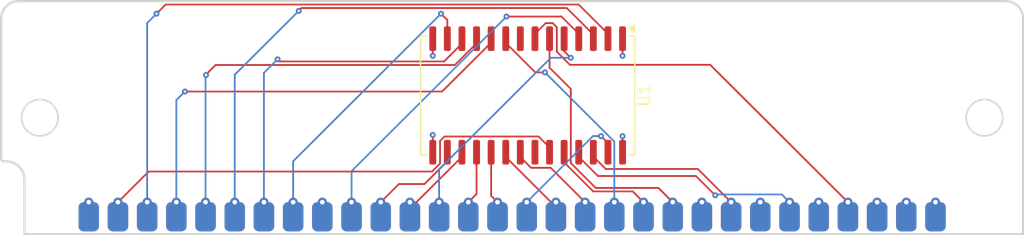
<source format=kicad_pcb>
(kicad_pcb (version 20241229) (generator "pcbnew") (generator_version "9.0")
  (title_block (title "GW4190A") (date "2021-06-19") (rev "2.0-SOJ") (company "Garrett's Workshop"))
  (layers (0 "F.Cu" signal) (4 "In1.Cu" power) (6 "In2.Cu" power) (2 "B.Cu" signal) (13 "F.Paste" user) (15 "B.Paste" user) (5 "F.SilkS" user "F.Silkscreen") (7 "B.SilkS" user "B.Silkscreen") (1 "F.Mask" user) (3 "B.Mask" user) (25 "Edge.Cuts" user))
  (net 0 "")
  (net 1 "+5V")
  (net 2 "/D0")
  (net 3 "/D1")
  (net 4 "/~{WE}")
  (net 5 "/~{RAS}")
  (net 6 "/~{CAS}")
  (net 7 "/D2")
  (net 8 "/D3")
  (net 9 "GND")
  (net 10 "/D4")
  (net 11 "/D5")
  (net 12 "/D6")
  (net 13 "/A11")
  (net 14 "/D7")
  (net 15 "/QP")
  (net 16 "/~{CASP}")
  (net 17 "/DP")
  (net 18 "/~{OE}")
  (net 19 "/A9")
  (net 20 "/A2")
  (net 21 "/A10")
  (net 22 "/A8")
  (net 23 "/A0")
  (net 24 "/A3")
  (net 25 "/A6")
  (net 26 "/A1")
  (net 27 "/A5")
  (net 28 "/A4")
  (net 29 "/A7")
  (footprint "stdpads:SIMM-30_Edge" (layer "F.Cu") (at 120.65 99.822)
    (property "Reference" "J1" (hide yes))
    (property "Value" "DRAM-SIMM-30" (hide yes))
    (pad "1" thru_hole circle (at -36.83 -1.016) (size 0.8 0.8) (drill 0.4) (layers "*.Cu" "*.Mask") (net 1 "+5V"))
    (pad "1" smd roundrect (at -36.83 0.254) (size 1.778 2.54) (layers "F.Cu" "F.Mask") (net 1 "+5V"))
    (pad "1" smd roundrect (at -36.83 0.254) (size 1.778 2.54) (layers "B.Cu" "B.Mask") (net 1 "+5V"))
    (pad "2" thru_hole circle (at -34.29 -1.016) (size 0.8 0.8) (drill 0.4) (layers "*.Cu" "*.Mask") (net 6 "/~{CAS}"))
    (pad "2" smd roundrect (at -34.29 0.254) (size 1.778 2.54) (layers "F.Cu" "F.Mask") (net 6 "/~{CAS}"))
    (pad "2" smd roundrect (at -34.29 0.254) (size 1.778 2.54) (layers "B.Cu" "B.Mask") (net 6 "/~{CAS}"))
    (pad "3" thru_hole circle (at -31.75 -1.016) (size 0.8 0.8) (drill 0.4) (layers "*.Cu" "*.Mask") (net 2 "/D0"))
    (pad "3" smd roundrect (at -31.75 0.254) (size 1.778 2.54) (layers "F.Cu" "F.Mask") (net 2 "/D0"))
    (pad "3" smd roundrect (at -31.75 0.254) (size 1.778 2.54) (layers "B.Cu" "B.Mask") (net 2 "/D0"))
    (pad "4" thru_hole circle (at -29.21 -1.016) (size 0.8 0.8) (drill 0.4) (layers "*.Cu" "*.Mask") (net 23 "/A0"))
    (pad "4" smd roundrect (at -29.21 0.254) (size 1.778 2.54) (layers "F.Cu" "F.Mask") (net 23 "/A0"))
    (pad "4" smd roundrect (at -29.21 0.254) (size 1.778 2.54) (layers "B.Cu" "B.Mask") (net 23 "/A0"))
    (pad "5" thru_hole circle (at -26.67 -1.016) (size 0.8 0.8) (drill 0.4) (layers "*.Cu" "*.Mask") (net 26 "/A1"))
    (pad "5" smd roundrect (at -26.67 0.254) (size 1.778 2.54) (layers "F.Cu" "F.Mask") (net 26 "/A1"))
    (pad "5" smd roundrect (at -26.67 0.254) (size 1.778 2.54) (layers "B.Cu" "B.Mask") (net 26 "/A1"))
    (pad "6" thru_hole circle (at -24.13 -1.016) (size 0.8 0.8) (drill 0.4) (layers "*.Cu" "*.Mask") (net 3 "/D1"))
    (pad "6" smd roundrect (at -24.13 0.254) (size 1.778 2.54) (layers "F.Cu" "F.Mask") (net 3 "/D1"))
    (pad "6" smd roundrect (at -24.13 0.254) (size 1.778 2.54) (layers "B.Cu" "B.Mask") (net 3 "/D1"))
    (pad "7" thru_hole circle (at -21.59 -1.016) (size 0.8 0.8) (drill 0.4) (layers "*.Cu" "*.Mask") (net 20 "/A2"))
    (pad "7" smd roundrect (at -21.59 0.254) (size 1.778 2.54) (layers "F.Cu" "F.Mask") (net 20 "/A2"))
    (pad "7" smd roundrect (at -21.59 0.254) (size 1.778 2.54) (layers "B.Cu" "B.Mask") (net 20 "/A2"))
    (pad "8" thru_hole circle (at -19.05 -1.016) (size 0.8 0.8) (drill 0.4) (layers "*.Cu" "*.Mask") (net 24 "/A3"))
    (pad "8" smd roundrect (at -19.05 0.254) (size 1.778 2.54) (layers "F.Cu" "F.Mask") (net 24 "/A3"))
    (pad "8" smd roundrect (at -19.05 0.254) (size 1.778 2.54) (layers "B.Cu" "B.Mask") (net 24 "/A3"))
    (pad "9" thru_hole circle (at -16.51 -1.016) (size 0.8 0.8) (drill 0.4) (layers "*.Cu" "*.Mask") (net 9 "GND"))
    (pad "9" smd roundrect (at -16.51 0.254) (size 1.778 2.54) (layers "F.Cu" "F.Mask") (net 9 "GND"))
    (pad "9" smd roundrect (at -16.51 0.254) (size 1.778 2.54) (layers "B.Cu" "B.Mask") (net 9 "GND"))
    (pad "10" thru_hole circle (at -13.97 -1.016) (size 0.8 0.8) (drill 0.4) (layers "*.Cu" "*.Mask") (net 7 "/D2"))
    (pad "10" smd roundrect (at -13.97 0.254) (size 1.778 2.54) (layers "F.Cu" "F.Mask") (net 7 "/D2"))
    (pad "10" smd roundrect (at -13.97 0.254) (size 1.778 2.54) (layers "B.Cu" "B.Mask") (net 7 "/D2"))
    (pad "11" thru_hole circle (at -11.43 -1.016) (size 0.8 0.8) (drill 0.4) (layers "*.Cu" "*.Mask") (net 28 "/A4"))
    (pad "11" smd roundrect (at -11.43 0.254) (size 1.778 2.54) (layers "F.Cu" "F.Mask") (net 28 "/A4"))
    (pad "11" smd roundrect (at -11.43 0.254) (size 1.778 2.54) (layers "B.Cu" "B.Mask") (net 28 "/A4"))
    (pad "12" thru_hole circle (at -8.89 -1.016) (size 0.8 0.8) (drill 0.4) (layers "*.Cu" "*.Mask") (net 27 "/A5"))
    (pad "12" smd roundrect (at -8.89 0.254) (size 1.778 2.54) (layers "F.Cu" "F.Mask") (net 27 "/A5"))
    (pad "12" smd roundrect (at -8.89 0.254) (size 1.778 2.54) (layers "B.Cu" "B.Mask") (net 27 "/A5"))
    (pad "13" thru_hole circle (at -6.35 -1.016) (size 0.8 0.8) (drill 0.4) (layers "*.Cu" "*.Mask") (net 8 "/D3"))
    (pad "13" smd roundrect (at -6.35 0.254) (size 1.778 2.54) (layers "F.Cu" "F.Mask") (net 8 "/D3"))
    (pad "13" smd roundrect (at -6.35 0.254) (size 1.778 2.54) (layers "B.Cu" "B.Mask") (net 8 "/D3"))
    (pad "14" thru_hole circle (at -3.81 -1.016) (size 0.8 0.8) (drill 0.4) (layers "*.Cu" "*.Mask") (net 25 "/A6"))
    (pad "14" smd roundrect (at -3.81 0.254) (size 1.778 2.54) (layers "F.Cu" "F.Mask") (net 25 "/A6"))
    (pad "14" smd roundrect (at -3.81 0.254) (size 1.778 2.54) (layers "B.Cu" "B.Mask") (net 25 "/A6"))
    (pad "15" thru_hole circle (at -1.27 -1.016) (size 0.8 0.8) (drill 0.4) (layers "*.Cu" "*.Mask") (net 29 "/A7"))
    (pad "15" smd roundrect (at -1.27 0.254) (size 1.778 2.54) (layers "F.Cu" "F.Mask") (net 29 "/A7"))
    (pad "15" smd roundrect (at -1.27 0.254) (size 1.778 2.54) (layers "B.Cu" "B.Mask") (net 29 "/A7"))
    (pad "16" thru_hole circle (at 1.27 -1.016) (size 0.8 0.8) (drill 0.4) (layers "*.Cu" "*.Mask") (net 10 "/D4"))
    (pad "16" smd roundrect (at 1.27 0.254) (size 1.778 2.54) (layers "F.Cu" "F.Mask") (net 10 "/D4"))
    (pad "16" smd roundrect (at 1.27 0.254) (size 1.778 2.54) (layers "B.Cu" "B.Mask") (net 10 "/D4"))
    (pad "17" thru_hole circle (at 3.81 -1.016) (size 0.8 0.8) (drill 0.4) (layers "*.Cu" "*.Mask") (net 22 "/A8"))
    (pad "17" smd roundrect (at 3.81 0.254) (size 1.778 2.54) (layers "F.Cu" "F.Mask") (net 22 "/A8"))
    (pad "17" smd roundrect (at 3.81 0.254) (size 1.778 2.54) (layers "B.Cu" "B.Mask") (net 22 "/A8"))
    (pad "18" thru_hole circle (at 6.35 -1.016) (size 0.8 0.8) (drill 0.4) (layers "*.Cu" "*.Mask") (net 19 "/A9"))
    (pad "18" smd roundrect (at 6.35 0.254) (size 1.778 2.54) (layers "F.Cu" "F.Mask") (net 19 "/A9"))
    (pad "18" smd roundrect (at 6.35 0.254) (size 1.778 2.54) (layers "B.Cu" "B.Mask") (net 19 "/A9"))
    (pad "19" thru_hole circle (at 8.89 -1.016) (size 0.8 0.8) (drill 0.4) (layers "*.Cu" "*.Mask") (net 21 "/A10"))
    (pad "19" smd roundrect (at 8.89 0.254) (size 1.778 2.54) (layers "F.Cu" "F.Mask") (net 21 "/A10"))
    (pad "19" smd roundrect (at 8.89 0.254) (size 1.778 2.54) (layers "B.Cu" "B.Mask") (net 21 "/A10"))
    (pad "20" thru_hole circle (at 11.43 -1.016) (size 0.8 0.8) (drill 0.4) (layers "*.Cu" "*.Mask") (net 11 "/D5"))
    (pad "20" smd roundrect (at 11.43 0.254) (size 1.778 2.54) (layers "F.Cu" "F.Mask") (net 11 "/D5"))
    (pad "20" smd roundrect (at 11.43 0.254) (size 1.778 2.54) (layers "B.Cu" "B.Mask") (net 11 "/D5"))
    (pad "21" thru_hole circle (at 13.97 -1.016) (size 0.8 0.8) (drill 0.4) (layers "*.Cu" "*.Mask") (net 4 "/~{WE}"))
    (pad "21" smd roundrect (at 13.97 0.254) (size 1.778 2.54) (layers "F.Cu" "F.Mask") (net 4 "/~{WE}"))
    (pad "21" smd roundrect (at 13.97 0.254) (size 1.778 2.54) (layers "B.Cu" "B.Mask") (net 4 "/~{WE}"))
    (pad "22" thru_hole circle (at 16.51 -1.016) (size 0.8 0.8) (drill 0.4) (layers "*.Cu" "*.Mask") (net 9 "GND"))
    (pad "22" smd roundrect (at 16.51 0.254) (size 1.778 2.54) (layers "F.Cu" "F.Mask") (net 9 "GND"))
    (pad "22" smd roundrect (at 16.51 0.254) (size 1.778 2.54) (layers "B.Cu" "B.Mask") (net 9 "GND"))
    (pad "23" thru_hole circle (at 19.05 -1.016) (size 0.8 0.8) (drill 0.4) (layers "*.Cu" "*.Mask") (net 12 "/D6"))
    (pad "23" smd roundrect (at 19.05 0.254) (size 1.778 2.54) (layers "F.Cu" "F.Mask") (net 12 "/D6"))
    (pad "23" smd roundrect (at 19.05 0.254) (size 1.778 2.54) (layers "B.Cu" "B.Mask") (net 12 "/D6"))
    (pad "24" thru_hole circle (at 21.59 -1.016) (size 0.8 0.8) (drill 0.4) (layers "*.Cu" "*.Mask") (net 13 "/A11"))
    (pad "24" smd roundrect (at 21.59 0.254) (size 1.778 2.54) (layers "F.Cu" "F.Mask") (net 13 "/A11"))
    (pad "24" smd roundrect (at 21.59 0.254) (size 1.778 2.54) (layers "B.Cu" "B.Mask") (net 13 "/A11"))
    (pad "25" thru_hole circle (at 24.13 -1.016) (size 0.8 0.8) (drill 0.4) (layers "*.Cu" "*.Mask") (net 14 "/D7"))
    (pad "25" smd roundrect (at 24.13 0.254) (size 1.778 2.54) (layers "F.Cu" "F.Mask") (net 14 "/D7"))
    (pad "25" smd roundrect (at 24.13 0.254) (size 1.778 2.54) (layers "B.Cu" "B.Mask") (net 14 "/D7"))
    (pad "26" thru_hole circle (at 26.67 -1.016) (size 0.8 0.8) (drill 0.4) (layers "*.Cu" "*.Mask") (net 15 "/QP"))
    (pad "26" smd roundrect (at 26.67 0.254) (size 1.778 2.54) (layers "F.Cu" "F.Mask") (net 15 "/QP"))
    (pad "26" smd roundrect (at 26.67 0.254) (size 1.778 2.54) (layers "B.Cu" "B.Mask") (net 15 "/QP"))
    (pad "27" thru_hole circle (at 29.21 -1.016) (size 0.8 0.8) (drill 0.4) (layers "*.Cu" "*.Mask") (net 5 "/~{RAS}"))
    (pad "27" smd roundrect (at 29.21 0.254) (size 1.778 2.54) (layers "F.Cu" "F.Mask") (net 5 "/~{RAS}"))
    (pad "27" smd roundrect (at 29.21 0.254) (size 1.778 2.54) (layers "B.Cu" "B.Mask") (net 5 "/~{RAS}"))
    (pad "28" thru_hole circle (at 31.75 -1.016) (size 0.8 0.8) (drill 0.4) (layers "*.Cu" "*.Mask") (net 16 "/~{CASP}"))
    (pad "28" smd roundrect (at 31.75 0.254) (size 1.778 2.54) (layers "F.Cu" "F.Mask") (net 16 "/~{CASP}"))
    (pad "28" smd roundrect (at 31.75 0.254) (size 1.778 2.54) (layers "B.Cu" "B.Mask") (net 16 "/~{CASP}"))
    (pad "29" thru_hole circle (at 34.29 -1.016) (size 0.8 0.8) (drill 0.4) (layers "*.Cu" "*.Mask") (net 17 "/DP"))
    (pad "29" smd roundrect (at 34.29 0.254) (size 1.778 2.54) (layers "F.Cu" "F.Mask") (net 17 "/DP"))
    (pad "29" smd roundrect (at 34.29 0.254) (size 1.778 2.54) (layers "B.Cu" "B.Mask") (net 17 "/DP"))
    (pad "30" thru_hole circle (at 36.83 -1.016) (size 0.8 0.8) (drill 0.4) (layers "*.Cu" "*.Mask") (net 1 "+5V"))
    (pad "30" smd roundrect (at 36.83 0.254) (size 1.778 2.54) (layers "F.Cu" "F.Mask") (net 1 "+5V"))
    (pad "30" smd roundrect (at 36.83 0.254) (size 1.778 2.54) (layers "B.Cu" "B.Mask") (net 1 "+5V"))
  )
  (footprint "Package_SO:SOJ-28_10.16x18.415mm_P1.27mm" (layer "F.Cu") (at 122 89.5 -90)
    (property "Reference" "U1" (at 0 -10.16 90) (layer "F.SilkS"))
    (property "Value" "M5M417800CJ")
    (fp_line (start -5.19 9.3175) (end -5.19 8.815) (stroke (width 0.12)) (layer "F.SilkS"))
    (fp_line (start 5.19 9.3175) (end -5.19 9.3175) (stroke (width 0.12)) (layer "F.SilkS"))
    (fp_line (start 5.19 8.815) (end 5.19 9.3175) (stroke (width 0.12)) (layer "F.SilkS"))
    (fp_line (start -5.19 -8.815) (end -5.19 -9.3175) (stroke (width 0.12)) (layer "F.SilkS"))
    (fp_line (start -5.19 -9.3175) (end 5.19 -9.3175) (stroke (width 0.12)) (layer "F.SilkS"))
    (fp_line (start 5.19 -9.3175) (end 5.19 -8.815) (stroke (width 0.12)) (layer "F.SilkS"))
    (fp_poly (pts (xy -5.83 -8.82) (xy -6.17 -9.29) (xy -5.49 -9.29)) (stroke (width 0.12)) (fill yes) (layer "F.SilkS"))
    (pad "1" smd roundrect (at -4.95 -8.255 270) (size 2.15 0.6) (layers "F.Cu" "F.Mask" "F.Paste") (net 1 "+5V"))
    (pad "2" smd roundrect (at -4.95 -6.985 270) (size 2.15 0.6) (layers "F.Cu" "F.Mask" "F.Paste") (net 2 "/D0"))
    (pad "3" smd roundrect (at -4.95 -5.715 270) (size 2.15 0.6) (layers "F.Cu" "F.Mask" "F.Paste") (net 3 "/D1"))
    (pad "4" smd roundrect (at -4.95 -4.445 270) (size 2.15 0.6) (layers "F.Cu" "F.Mask" "F.Paste") (net 7 "/D2"))
    (pad "5" smd roundrect (at -4.95 -3.175 270) (size 2.15 0.6) (layers "F.Cu" "F.Mask" "F.Paste") (net 8 "/D3"))
    (pad "6" smd roundrect (at -4.95 -1.905 270) (size 2.15 0.6) (layers "F.Cu" "F.Mask" "F.Paste") (net 4 "/~{WE}"))
    (pad "7" smd roundrect (at -4.95 -0.635 270) (size 2.15 0.6) (layers "F.Cu" "F.Mask" "F.Paste") (net 5 "/~{RAS}"))
    (pad "8" smd roundrect (at -4.95 0.635 270) (size 2.15 0.6) (layers "F.Cu" "F.Mask" "F.Paste"))
    (pad "9" smd roundrect (at -4.95 1.905 270) (size 2.15 0.6) (layers "F.Cu" "F.Mask" "F.Paste") (net 21 "/A10"))
    (pad "10" smd roundrect (at -4.95 3.175 270) (size 2.15 0.6) (layers "F.Cu" "F.Mask" "F.Paste") (net 23 "/A0"))
    (pad "11" smd roundrect (at -4.95 4.445 270) (size 2.15 0.6) (layers "F.Cu" "F.Mask" "F.Paste") (net 26 "/A1"))
    (pad "12" smd roundrect (at -4.95 5.715 270) (size 2.15 0.6) (layers "F.Cu" "F.Mask" "F.Paste") (net 20 "/A2"))
    (pad "13" smd roundrect (at -4.95 6.985 270) (size 2.15 0.6) (layers "F.Cu" "F.Mask" "F.Paste") (net 24 "/A3"))
    (pad "14" smd roundrect (at -4.95 8.255 270) (size 2.15 0.6) (layers "F.Cu" "F.Mask" "F.Paste") (net 1 "+5V"))
    (pad "15" smd roundrect (at 4.95 8.255 270) (size 2.15 0.6) (layers "F.Cu" "F.Mask" "F.Paste") (net 9 "GND"))
    (pad "16" smd roundrect (at 4.95 6.985 270) (size 2.15 0.6) (layers "F.Cu" "F.Mask" "F.Paste") (net 28 "/A4"))
    (pad "17" smd roundrect (at 4.95 5.715 270) (size 2.15 0.6) (layers "F.Cu" "F.Mask" "F.Paste") (net 27 "/A5"))
    (pad "18" smd roundrect (at 4.95 4.445 270) (size 2.15 0.6) (layers "F.Cu" "F.Mask" "F.Paste") (net 25 "/A6"))
    (pad "19" smd roundrect (at 4.95 3.175 270) (size 2.15 0.6) (layers "F.Cu" "F.Mask" "F.Paste") (net 29 "/A7"))
    (pad "20" smd roundrect (at 4.95 1.905 270) (size 2.15 0.6) (layers "F.Cu" "F.Mask" "F.Paste") (net 22 "/A8"))
    (pad "21" smd roundrect (at 4.95 0.635 270) (size 2.15 0.6) (layers "F.Cu" "F.Mask" "F.Paste") (net 19 "/A9"))
    (pad "22" smd roundrect (at 4.95 -0.635 270) (size 2.15 0.6) (layers "F.Cu" "F.Mask" "F.Paste") (net 18 "/~{OE}"))
    (pad "23" smd roundrect (at 4.95 -1.905 270) (size 2.15 0.6) (layers "F.Cu" "F.Mask" "F.Paste") (net 6 "/~{CAS}"))
    (pad "24" smd roundrect (at 4.95 -3.175 270) (size 2.15 0.6) (layers "F.Cu" "F.Mask" "F.Paste") (net 11 "/D5"))
    (pad "25" smd roundrect (at 4.95 -4.445 270) (size 2.15 0.6) (layers "F.Cu" "F.Mask" "F.Paste") (net 14 "/D7"))
    (pad "26" smd roundrect (at 4.95 -5.715 270) (size 2.15 0.6) (layers "F.Cu" "F.Mask" "F.Paste") (net 12 "/D6"))
    (pad "27" smd roundrect (at 4.95 -6.985 270) (size 2.15 0.6) (layers "F.Cu" "F.Mask" "F.Paste") (net 10 "/D4"))
    (pad "28" smd roundrect (at 4.95 -8.255 270) (size 2.15 0.6) (layers "F.Cu" "F.Mask" "F.Paste") (net 9 "GND"))
  )
  (gr_line (start 76.2 94.996) (end 76.2 82.804) (stroke (width 0.2)) (layer "Edge.Cuts"))
  (gr_line (start 78.232 101.6) (end 78.232 96.8375) (stroke (width 0.2)) (layer "Edge.Cuts"))
  (gr_circle (center 79.5655 91.44) (end 77.978 91.44) (stroke (width 0.15)) (fill no) (layer "Edge.Cuts"))
  (gr_arc (start 76.6445 95.25) (mid 77.767032 95.714968) (end 78.232 96.8375) (stroke (width 0.2)) (layer "Edge.Cuts"))
  (gr_circle (center 161.7345 91.44) (end 163.322 91.44) (stroke (width 0.15)) (fill no) (layer "Edge.Cuts"))
  (gr_line (start 76.6445 95.25) (end 76.454 95.25) (stroke (width 0.2)) (layer "Edge.Cuts"))
  (gr_arc (start 163.576 81.28) (mid 164.653631 81.726369) (end 165.1 82.804) (stroke (width 0.2)) (layer "Edge.Cuts"))
  (gr_arc (start 76.2 82.804) (mid 76.646369 81.726369) (end 77.724 81.28) (stroke (width 0.2)) (layer "Edge.Cuts"))
  (gr_arc (start 76.454 95.25) (mid 76.274395 95.175605) (end 76.2 94.996) (stroke (width 0.2)) (layer "Edge.Cuts"))
  (gr_line (start 165.1 101.6) (end 78.232 101.6) (stroke (width 0.2)) (layer "Edge.Cuts"))
  (gr_line (start 77.724 81.28) (end 163.576 81.28) (stroke (width 0.2)) (layer "Edge.Cuts"))
  (gr_line (start 165.1 82.804) (end 165.1 101.6) (stroke (width 0.2)) (layer "Edge.Cuts"))
  (segment (start 157.48 98.806) (end 157.48 100.076) (width 0.1524) (layer "F.Cu") (net 1))
  (segment (start 83.82 98.806) (end 83.82 100.076) (width 0.1524) (layer "F.Cu") (net 1))
  (segment (start 130.255 84.55) (end 130.255 86.045) (width 0.1524) (layer "F.Cu") (net 1))
  (segment (start 113.745 84.55) (end 113.745 86.045) (width 0.1524) (layer "F.Cu") (net 1))
  (via (at 113.745 86.045) (size 0.508) (drill 0.2) (layers "F.Cu" "B.Cu") (net 1))
  (via (at 130.255 86.045) (size 0.508) (drill 0.2) (layers "F.Cu" "B.Cu") (net 1))
  (segment (start 83.82 98.806) (end 83.82 100.076) (width 0.1524) (layer "B.Cu") (net 1))
  (segment (start 157.48 98.806) (end 157.48 100.076) (width 0.1524) (layer "B.Cu") (net 1))
  (segment (start 128.985 84.1248) (end 126.4345 81.5743) (width 0.1524) (layer "F.Cu") (net 2))
  (segment (start 88.9 98.806) (end 88.9 100.076) (width 0.1524) (layer "F.Cu") (net 2))
  (segment (start 126.4345 81.5743) (end 90.5132 81.5743) (width 0.1524) (layer "F.Cu") (net 2))
  (segment (start 90.5132 81.5743) (end 89.7125 82.375) (width 0.1524) (layer "F.Cu") (net 2))
  (segment (start 128.985 84.55) (end 128.985 84.1248) (width 0.1524) (layer "F.Cu") (net 2))
  (via (at 89.7125 82.375) (size 0.508) (drill 0.2) (layers "F.Cu" "B.Cu") (net 2))
  (segment (start 88.9 100.076) (end 88.9 98.806) (width 0.1524) (layer "B.Cu") (net 2))
  (segment (start 88.9 83.1875) (end 89.7125 82.375) (width 0.1524) (layer "B.Cu") (net 2))
  (segment (start 88.9 98.806) (end 88.9 83.1875) (width 0.1524) (layer "B.Cu") (net 2))
  (segment (start 125.4041 81.8808) (end 127.715 84.1917) (width 0.1524) (layer "F.Cu") (net 3))
  (segment (start 102.0875 82.1286) (end 102.3353 81.8808) (width 0.1524) (layer "F.Cu") (net 3))
  (segment (start 102.3353 81.8808) (end 125.4041 81.8808) (width 0.1524) (layer "F.Cu") (net 3))
  (segment (start 127.715 84.1917) (end 127.715 84.55) (width 0.1524) (layer "F.Cu") (net 3))
  (segment (start 96.52 98.806) (end 96.52 100.076) (width 0.1524) (layer "F.Cu") (net 3))
  (via (at 102.0875 82.1286) (size 0.508) (drill 0.2) (layers "F.Cu" "B.Cu") (net 3))
  (segment (start 96.52 87.6961) (end 102.0875 82.1286) (width 0.1524) (layer "B.Cu") (net 3))
  (segment (start 96.52 98.806) (end 96.52 87.6961) (width 0.1524) (layer "B.Cu") (net 3))
  (segment (start 96.52 100.076) (end 96.52 98.806) (width 0.1524) (layer "B.Cu") (net 3))
  (segment (start 127.9224 97.5616) (end 133.3756 97.5616) (width 0.1524) (layer "F.Cu") (net 4))
  (segment (start 123.905 84.55) (end 123.905 87.0796) (width 0.1524) (layer "F.Cu") (net 4))
  (segment (start 125.7552 95.3944) (end 127.9224 97.5616) (width 0.1524) (layer "F.Cu") (net 4))
  (segment (start 133.3756 97.5616) (end 134.62 98.806) (width 0.1524) (layer "F.Cu") (net 4))
  (segment (start 134.62 98.806) (end 134.62 100.076) (width 0.1524) (layer "F.Cu") (net 4))
  (segment (start 123.905 87.0796) (end 125.7552 88.9298) (width 0.1524) (layer "F.Cu") (net 4))
  (segment (start 125.7552 88.9298) (end 125.7552 95.3944) (width 0.1524) (layer "F.Cu") (net 4))
  (segment (start 134.62 100.076) (end 134.62 98.806) (width 0.1524) (layer "B.Cu") (net 4))
  (segment (start 122.635 84.1346) (end 123.5761 83.1935) (width 0.1524) (layer "F.Cu") (net 5))
  (segment (start 124.1817 83.1935) (end 124.54 83.5518) (width 0.1524) (layer "F.Cu") (net 5))
  (segment (start 123.5761 83.1935) (end 124.1817 83.1935) (width 0.1524) (layer "F.Cu") (net 5))
  (segment (start 124.54 83.5518) (end 124.54 85.6905) (width 0.1524) (layer "F.Cu") (net 5))
  (segment (start 125.6783 86.8288) (end 137.8828 86.8288) (width 0.1524) (layer "F.Cu") (net 5))
  (segment (start 137.8828 86.8288) (end 149.86 98.806) (width 0.1524) (layer "F.Cu") (net 5))
  (segment (start 124.54 85.6905) (end 125.6783 86.8288) (width 0.1524) (layer "F.Cu") (net 5))
  (segment (start 122.635 84.55) (end 122.635 84.1346) (width 0.1524) (layer "F.Cu") (net 5))
  (segment (start 149.86 100.076) (end 149.86 98.806) (width 0.1524) (layer "F.Cu") (net 5))
  (segment (start 149.86 98.806) (end 149.86 100.076) (width 0.1524) (layer "B.Cu") (net 5))
  (segment (start 86.36 98.806) (end 86.36 100.076) (width 0.1524) (layer "F.Cu") (net 6))
  (segment (start 114.38 95.4379) (end 114.38 93.4622) (width 0.1524) (layer "F.Cu") (net 6))
  (segment (start 114.38 93.4622) (end 114.763 93.0792) (width 0.1524) (layer "F.Cu") (net 6))
  (segment (start 89.0343 96.1317) (end 113.6862 96.1317) (width 0.1524) (layer "F.Cu") (net 6))
  (segment (start 113.6862 96.1317) (end 114.38 95.4379) (width 0.1524) (layer "F.Cu") (net 6))
  (segment (start 123.905 94.0353) (end 123.905 94.45) (width 0.1524) (layer "F.Cu") (net 6))
  (segment (start 86.36 98.806) (end 89.0343 96.1317) (width 0.1524) (layer "F.Cu") (net 6))
  (segment (start 122.9489 93.0792) (end 123.905 94.0353) (width 0.1524) (layer "F.Cu") (net 6))
  (segment (start 114.763 93.0792) (end 122.9489 93.0792) (width 0.1524) (layer "F.Cu") (net 6))
  (segment (start 86.36 98.806) (end 86.36 100.076) (width 0.1524) (layer "B.Cu") (net 6))
  (segment (start 126.445 84.1248) (end 126.445 84.55) (width 0.1524) (layer "F.Cu") (net 7))
  (segment (start 124.9427 82.6225) (end 126.445 84.1248) (width 0.1524) (layer "F.Cu") (net 7))
  (segment (start 120.1608 82.6225) (end 124.9427 82.6225) (width 0.1524) (layer "F.Cu") (net 7))
  (segment (start 106.68 98.806) (end 106.68 100.076) (width 0.1524) (layer "F.Cu") (net 7))
  (via (at 120.1608 82.6225) (size 0.508) (drill 0.2) (layers "F.Cu" "B.Cu") (net 7))
  (segment (start 106.68 98.806) (end 106.68 96.1033) (width 0.1524) (layer "B.Cu") (net 7))
  (segment (start 106.68 96.1033) (end 120.1608 82.6225) (width 0.1524) (layer "B.Cu") (net 7))
  (segment (start 106.68 100.076) (end 106.68 98.806) (width 0.1524) (layer "B.Cu") (net 7))
  (segment (start 114.3 98.806) (end 114.3 100.076) (width 0.1524) (layer "F.Cu") (net 8))
  (segment (start 125.7506 86.2162) (end 125.175 85.6406) (width 0.1524) (layer "F.Cu") (net 8))
  (segment (start 125.175 85.6406) (end 125.175 84.55) (width 0.1524) (layer "F.Cu") (net 8))
  (segment (start 125.5707 86.0363) (end 125.7506 86.2162) (width 0.1524) (layer "F.Cu") (net 8))
  (segment (start 125.7506 86.2162) (end 125.5707 86.0363) (width 0.1524) (layer "F.Cu") (net 8))
  (via (at 125.7506 86.2162) (size 0.508) (drill 0.2) (layers "F.Cu" "B.Cu") (net 8))
  (segment (start 114.3 98.806) (end 114.3 95.9397) (width 0.1524) (layer "B.Cu") (net 8))
  (segment (start 114.3 95.9397) (end 124.0235 86.2162) (width 0.1524) (layer "B.Cu") (net 8))
  (segment (start 124.0235 86.2162) (end 125.7506 86.2162) (width 0.1524) (layer "B.Cu") (net 8))
  (segment (start 125.5707 86.0363) (end 125.7506 86.2162) (width 0.1524) (layer "B.Cu") (net 8))
  (segment (start 125.7506 86.2162) (end 125.5707 86.0363) (width 0.1524) (layer "B.Cu") (net 8))
  (segment (start 114.3 100.076) (end 114.3 98.806) (width 0.1524) (layer "B.Cu") (net 8))
  (segment (start 104.14 98.806) (end 104.14 100.076) (width 0.1524) (layer "F.Cu") (net 9))
  (segment (start 137.16 98.806) (end 137.16 100.076) (width 0.1524) (layer "F.Cu") (net 9))
  (segment (start 113.745 94.45) (end 113.745 92.945) (width 0.1524) (layer "F.Cu") (net 9))
  (segment (start 130.255 94.45) (end 130.255 93.055) (width 0.1524) (layer "F.Cu") (net 9))
  (via (at 130.255 93.055) (size 0.508) (drill 0.2) (layers "F.Cu" "B.Cu") (net 9))
  (via (at 113.745 92.945) (size 0.508) (drill 0.2) (layers "F.Cu" "B.Cu") (net 9))
  (segment (start 104.14 98.806) (end 104.14 100.076) (width 0.1524) (layer "B.Cu") (net 9))
  (segment (start 137.16 98.806) (end 137.16 100.076) (width 0.1524) (layer "B.Cu") (net 9))
  (segment (start 121.92 98.806) (end 121.92 100.076) (width 0.1524) (layer "F.Cu") (net 10))
  (segment (start 128.985 94.45) (end 128.985 93.6541) (width 0.1524) (layer "F.Cu") (net 10))
  (segment (start 128.985 93.6541) (end 128.377 93.0461) (width 0.1524) (layer "F.Cu") (net 10))
  (via (at 128.377 93.0461) (size 0.508) (drill 0.2) (layers "F.Cu" "B.Cu") (net 10))
  (segment (start 121.92 98.806) (end 121.92 100.076) (width 0.1524) (layer "B.Cu") (net 10))
  (segment (start 128.377 93.0461) (end 127.6799 93.0461) (width 0.1524) (layer "B.Cu") (net 10))
  (segment (start 127.6799 93.0461) (end 121.92 98.806) (width 0.1524) (layer "B.Cu") (net 10))
  (segment (start 127.7088 97.8681) (end 131.1421 97.8681) (width 0.1524) (layer "F.Cu") (net 11))
  (segment (start 131.1421 97.8681) (end 132.08 98.806) (width 0.1524) (layer "F.Cu") (net 11))
  (segment (start 132.08 98.806) (end 132.08 100.076) (width 0.1524) (layer "F.Cu") (net 11))
  (segment (start 125.175 95.3343) (end 127.7088 97.8681) (width 0.1524) (layer "F.Cu") (net 11))
  (segment (start 125.175 94.45) (end 125.175 95.3343) (width 0.1524) (layer "F.Cu") (net 11))
  (segment (start 132.08 98.806) (end 132.08 100.076) (width 0.1524) (layer "B.Cu") (net 11))
  (segment (start 127.715 94.45) (end 127.715 94.8316) (width 0.1524) (layer "F.Cu") (net 12))
  (segment (start 136.8072 95.9132) (end 139.7 98.806) (width 0.1524) (layer "F.Cu") (net 12))
  (segment (start 127.715 94.8316) (end 128.7966 95.9132) (width 0.1524) (layer "F.Cu") (net 12))
  (segment (start 128.7966 95.9132) (end 136.8072 95.9132) (width 0.1524) (layer "F.Cu") (net 12))
  (segment (start 139.7 100.076) (end 139.7 98.806) (width 0.1524) (layer "F.Cu") (net 12))
  (segment (start 139.7 98.806) (end 139.7 100.076) (width 0.1524) (layer "B.Cu") (net 12))
  (segment (start 142.24 98.806) (end 142.24 100.076) (width 0.1524) (layer "F.Cu") (net 13))
  (segment (start 142.24 98.806) (end 142.24 100.076) (width 0.1524) (layer "B.Cu") (net 13))
  (segment (start 138.3163 98.2031) (end 136.6379 96.5247) (width 0.1524) (layer "F.Cu") (net 14))
  (segment (start 144.78 100.076) (end 144.78 98.806) (width 0.1524) (layer "F.Cu") (net 14))
  (segment (start 126.445 94.8537) (end 126.445 94.45) (width 0.1524) (layer "F.Cu") (net 14))
  (segment (start 136.6379 96.5247) (end 128.116 96.5247) (width 0.1524) (layer "F.Cu") (net 14))
  (segment (start 128.116 96.5247) (end 126.445 94.8537) (width 0.1524) (layer "F.Cu") (net 14))
  (via (at 138.3163 98.2031) (size 0.508) (drill 0.2) (layers "F.Cu" "B.Cu") (net 14))
  (segment (start 138.3879 98.1315) (end 144.1055 98.1315) (width 0.1524) (layer "B.Cu") (net 14))
  (segment (start 138.3163 98.2031) (end 138.3879 98.1315) (width 0.1524) (layer "B.Cu") (net 14))
  (segment (start 144.1055 98.1315) (end 144.78 98.806) (width 0.1524) (layer "B.Cu") (net 14))
  (segment (start 144.78 98.806) (end 144.78 100.076) (width 0.1524) (layer "B.Cu") (net 14))
  (segment (start 147.32 98.806) (end 147.32 100.076) (width 0.1524) (layer "F.Cu") (net 15))
  (segment (start 147.32 98.806) (end 147.32 100.076) (width 0.1524) (layer "B.Cu") (net 15))
  (segment (start 152.4 98.806) (end 152.4 100.076) (width 0.1524) (layer "F.Cu") (net 16))
  (segment (start 152.4 98.806) (end 152.4 100.076) (width 0.1524) (layer "B.Cu") (net 16))
  (segment (start 154.94 98.806) (end 154.94 100.076) (width 0.1524) (layer "F.Cu") (net 17))
  (segment (start 154.94 98.806) (end 154.94 100.076) (width 0.1524) (layer "B.Cu") (net 17))
  (segment (start 121.365 94.8752) (end 121.365 94.45) (width 0.1524) (layer "F.Cu") (net 19))
  (segment (start 124.0043 95.8103) (end 122.3001 95.8103) (width 0.1524) (layer "F.Cu") (net 19))
  (segment (start 127 98.806) (end 124.0043 95.8103) (width 0.1524) (layer "F.Cu") (net 19))
  (segment (start 122.3001 95.8103) (end 121.365 94.8752) (width 0.1524) (layer "F.Cu") (net 19))
  (segment (start 127 98.806) (end 127 100.076) (width 0.1524) (layer "F.Cu") (net 19))
  (segment (start 127 98.806) (end 127 100.076) (width 0.1524) (layer "B.Cu") (net 19))
  (segment (start 99.06 98.806) (end 99.06 100.076) (width 0.1524) (layer "F.Cu") (net 20))
  (segment (start 116.285 84.9807) (end 116.285 84.55) (width 0.1524) (layer "F.Cu") (net 20))
  (segment (start 100.6 86.5388) (end 100.5993 86.5395) (width 0.1524) (layer "F.Cu") (net 20))
  (segment (start 100.6 86.5388) (end 114.7269 86.5388) (width 0.1524) (layer "F.Cu") (net 20))
  (segment (start 100.6 86.5388) (end 100.4388 86.5388) (width 0.1524) (layer "F.Cu") (net 20))
  (segment (start 100.4388 86.5388) (end 100.2474 86.3474) (width 0.1524) (layer "F.Cu") (net 20))
  (segment (start 114.7269 86.5388) (end 116.285 84.9807) (width 0.1524) (layer "F.Cu") (net 20))
  (via (at 100.2474 86.3474) (size 0.508) (drill 0.2) (layers "F.Cu" "B.Cu") (net 20))
  (segment (start 99.06 87.5348) (end 100.2474 86.3474) (width 0.1524) (layer "B.Cu") (net 20))
  (segment (start 99.06 98.806) (end 99.06 87.5348) (width 0.1524) (layer "B.Cu") (net 20))
  (segment (start 99.06 100.076) (end 99.06 98.806) (width 0.1524) (layer "B.Cu") (net 20))
  (segment (start 129.54 98.806) (end 129.54 100.076) (width 0.1524) (layer "F.Cu") (net 21))
  (segment (start 120.095 84.9199) (end 122.6661 87.491) (width 0.1524) (layer "F.Cu") (net 21))
  (segment (start 122.6661 87.491) (end 123.5051 87.491) (width 0.1524) (layer "F.Cu") (net 21))
  (segment (start 120.095 84.55) (end 120.095 84.9199) (width 0.1524) (layer "F.Cu") (net 21))
  (via (at 123.5051 87.491) (size 0.508) (drill 0.2) (layers "F.Cu" "B.Cu") (net 21))
  (segment (start 129.54 98.806) (end 129.54 100.076) (width 0.1524) (layer "B.Cu") (net 21))
  (segment (start 129.54 93.5241) (end 123.5069 87.491) (width 0.1524) (layer "B.Cu") (net 21))
  (segment (start 123.5069 87.491) (end 123.5051 87.491) (width 0.1524) (layer "B.Cu") (net 21))
  (segment (start 129.54 98.806) (end 129.54 93.5241) (width 0.1524) (layer "B.Cu") (net 21))
  (segment (start 124.46 98.806) (end 124.037 98.806) (width 0.1524) (layer "F.Cu") (net 22))
  (segment (start 124.46 100.076) (end 124.46 98.806) (width 0.1524) (layer "F.Cu") (net 22))
  (segment (start 124.037 98.806) (end 120.095 94.864) (width 0.1524) (layer "F.Cu") (net 22))
  (segment (start 120.095 94.864) (end 120.095 94.45) (width 0.1524) (layer "F.Cu") (net 22))
  (segment (start 124.46 98.806) (end 124.46 100.076) (width 0.1524) (layer "B.Cu") (net 22))
  (segment (start 91.44 98.806) (end 91.44 100.076) (width 0.1524) (layer "F.Cu") (net 23))
  (segment (start 92.1875 89.16) (end 114.5603 89.16) (width 0.1524) (layer "F.Cu") (net 23))
  (segment (start 118.825 84.8953) (end 118.825 84.55) (width 0.1524) (layer "F.Cu") (net 23))
  (segment (start 114.5603 89.16) (end 118.825 84.8953) (width 0.1524) (layer "F.Cu") (net 23))
  (via (at 92.1875 89.16) (size 0.508) (drill 0.2) (layers "F.Cu" "B.Cu") (net 23))
  (segment (start 91.44 100.076) (end 91.44 98.806) (width 0.1524) (layer "B.Cu") (net 23))
  (segment (start 91.44 89.9075) (end 92.1875 89.16) (width 0.1524) (layer "B.Cu") (net 23))
  (segment (start 91.44 98.806) (end 91.44 89.9075) (width 0.1524) (layer "B.Cu") (net 23))
  (segment (start 115.015 82.929) (end 115.015 84.55) (width 0.1524) (layer "F.Cu") (net 24))
  (segment (start 114.4625 82.3765) (end 115.015 82.929) (width 0.1524) (layer "F.Cu") (net 24))
  (segment (start 101.6 98.806) (end 101.6 100.076) (width 0.1524) (layer "F.Cu") (net 24))
  (via (at 114.4625 82.3765) (size 0.508) (drill 0.2) (layers "F.Cu" "B.Cu") (net 24))
  (segment (start 101.6 95.239) (end 101.6 98.806) (width 0.1524) (layer "B.Cu") (net 24))
  (segment (start 101.6 98.806) (end 101.6 100.076) (width 0.1524) (layer "B.Cu") (net 24))
  (segment (start 114.4625 82.3765) (end 101.6 95.239) (width 0.1524) (layer "B.Cu") (net 24))
  (segment (start 116.84 98.806) (end 117.555 98.091) (width 0.1524) (layer "F.Cu") (net 25))
  (segment (start 116.84 98.806) (end 116.84 100.076) (width 0.1524) (layer "F.Cu") (net 25))
  (segment (start 117.555 98.091) (end 117.555 94.45) (width 0.1524) (layer "F.Cu") (net 25))
  (segment (start 116.84 98.806) (end 116.84 100.076) (width 0.1524) (layer "B.Cu") (net 25))
  (segment (start 94.8547 86.8453) (end 94 87.7) (width 0.1524) (layer "F.Cu") (net 26))
  (segment (start 99.5 86.8453) (end 94.8547 86.8453) (width 0.1524) (layer "F.Cu") (net 26))
  (segment (start 93.98 98.806) (end 93.98 100.076) (width 0.1524) (layer "F.Cu") (net 26))
  (segment (start 99.3828 86.8453) (end 99.5 86.8453) (width 0.1524) (layer "F.Cu") (net 26))
  (segment (start 117.555 84.9576) (end 117.555 84.55) (width 0.1524) (layer "F.Cu") (net 26))
  (segment (start 115.6673 86.8453) (end 117.555 84.9576) (width 0.1524) (layer "F.Cu") (net 26))
  (segment (start 99.5 86.8453) (end 115.6673 86.8453) (width 0.1524) (layer "F.Cu") (net 26))
  (via (at 94.01875 87.71875) (size 0.508) (drill 0.2) (layers "F.Cu" "B.Cu") (net 26))
  (segment (start 93.98 100.076) (end 93.98 98.806) (width 0.1524) (layer "B.Cu") (net 26))
  (segment (start 93.98 98.806) (end 93.98 87.7575) (width 0.1524) (layer "B.Cu") (net 26))
  (segment (start 93.98 87.7575) (end 94.01875 87.71875) (width 0.1524) (layer "B.Cu") (net 26))
  (segment (start 116.285 94.8467) (end 116.285 94.45) (width 0.1524) (layer "F.Cu") (net 27))
  (segment (start 112.3257 98.806) (end 116.285 94.8467) (width 0.1524) (layer "F.Cu") (net 27))
  (segment (start 111.76 98.806) (end 112.3257 98.806) (width 0.1524) (layer "F.Cu") (net 27))
  (segment (start 111.76 100.076) (end 111.76 98.806) (width 0.1524) (layer "F.Cu") (net 27))
  (segment (start 111.76 98.806) (end 111.76 100.076) (width 0.1524) (layer "B.Cu") (net 27))
  (segment (start 110.8025 97.2235) (end 113.0279 97.2235) (width 0.1524) (layer "F.Cu") (net 28))
  (segment (start 115.015 95.2364) (end 115.015 94.45) (width 0.1524) (layer "F.Cu") (net 28))
  (segment (start 113.0279 97.2235) (end 115.015 95.2364) (width 0.1524) (layer "F.Cu") (net 28))
  (segment (start 109.22 100.076) (end 109.22 98.806) (width 0.1524) (layer "F.Cu") (net 28))
  (segment (start 109.22 98.806) (end 110.8025 97.2235) (width 0.1524) (layer "F.Cu") (net 28))
  (segment (start 109.22 98.806) (end 109.22 100.076) (width 0.1524) (layer "B.Cu") (net 28))
  (segment (start 119.38 98.806) (end 118.825 98.251) (width 0.1524) (layer "F.Cu") (net 29))
  (segment (start 118.825 98.251) (end 118.825 94.45) (width 0.1524) (layer "F.Cu") (net 29))
  (segment (start 119.38 98.806) (end 119.38 100.076) (width 0.1524) (layer "F.Cu") (net 29))
  (segment (start 119.38 98.806) (end 119.38 100.076) (width 0.1524) (layer "B.Cu") (net 29))
)
</source>
